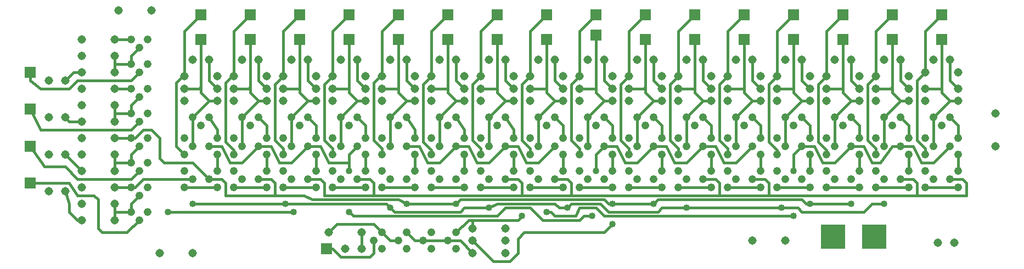
<source format=gbl>
G75*
G70*
%OFA0B0*%
%FSLAX24Y24*%
%IPPOS*%
%LPD*%
%AMOC8*
5,1,8,0,0,1.08239X$1,22.5*
%
%ADD10C,0.0515*%
%ADD11C,0.0476*%
%ADD12R,0.0709X0.0709*%
%ADD13R,0.1500X0.1500*%
%ADD14C,0.0400*%
%ADD15C,0.0160*%
D10*
X009100Y001100D03*
X011100Y001100D03*
X006350Y003100D03*
X004350Y003100D03*
X004350Y004100D03*
X006350Y004100D03*
X003350Y004850D03*
X002350Y004850D03*
X004350Y005100D03*
X006350Y005100D03*
X006350Y006100D03*
X004350Y006100D03*
X004350Y007100D03*
X003350Y007100D03*
X002350Y007100D03*
X004350Y008100D03*
X006350Y008100D03*
X006350Y009100D03*
X004350Y009100D03*
X003350Y009350D03*
X002350Y009350D03*
X004350Y010100D03*
X006350Y010100D03*
X006350Y011100D03*
X004350Y011100D03*
X003350Y011600D03*
X002350Y011600D03*
X004350Y012100D03*
X006350Y012100D03*
X006350Y013100D03*
X004350Y013100D03*
X004350Y014100D03*
X006350Y014100D03*
X011100Y012850D03*
X012100Y012850D03*
X014100Y012850D03*
X015100Y012850D03*
X017100Y012850D03*
X018100Y012850D03*
X020100Y012850D03*
X021100Y012850D03*
X023100Y012850D03*
X024100Y012850D03*
X026100Y012850D03*
X027100Y012850D03*
X029100Y012850D03*
X030100Y012850D03*
X032100Y012850D03*
X033100Y012850D03*
X035100Y012850D03*
X036100Y012850D03*
X038100Y012850D03*
X039100Y012850D03*
X041100Y012850D03*
X042100Y012850D03*
X044100Y012850D03*
X045100Y012850D03*
X047100Y012850D03*
X048100Y012850D03*
X050100Y012850D03*
X051100Y012850D03*
X053100Y012850D03*
X054100Y012850D03*
X056100Y012850D03*
X057100Y012850D03*
X057600Y012100D03*
X055600Y012100D03*
X054600Y011850D03*
X052600Y011850D03*
X051600Y011850D03*
X049600Y011850D03*
X048600Y011850D03*
X046600Y011850D03*
X045600Y011850D03*
X043600Y011850D03*
X042600Y011850D03*
X040600Y011850D03*
X039600Y011850D03*
X039600Y011100D03*
X040600Y011100D03*
X042600Y011100D03*
X043600Y011100D03*
X045600Y011100D03*
X046600Y011100D03*
X048600Y011100D03*
X049600Y011100D03*
X051600Y011100D03*
X052600Y011100D03*
X054600Y011100D03*
X055600Y011100D03*
X057600Y011100D03*
X057600Y010350D03*
X055600Y010350D03*
X054600Y010350D03*
X052600Y010350D03*
X051600Y010350D03*
X049600Y010350D03*
X048600Y010350D03*
X046600Y010350D03*
X045600Y010350D03*
X043600Y010350D03*
X042600Y010350D03*
X040600Y010350D03*
X039600Y010350D03*
X037600Y010350D03*
X036600Y010350D03*
X034600Y010350D03*
X033600Y010350D03*
X031600Y010350D03*
X030600Y010350D03*
X028600Y010350D03*
X027600Y010350D03*
X025600Y010350D03*
X024600Y010350D03*
X022600Y010350D03*
X021600Y010350D03*
X019600Y010350D03*
X018600Y010350D03*
X018600Y011100D03*
X019600Y011100D03*
X021600Y011100D03*
X022600Y011100D03*
X024600Y011100D03*
X025600Y011100D03*
X027600Y011100D03*
X028600Y011100D03*
X030600Y011100D03*
X031600Y011100D03*
X033600Y011100D03*
X034600Y011100D03*
X036600Y011100D03*
X037600Y011100D03*
X037600Y011850D03*
X036600Y011850D03*
X034600Y011850D03*
X033600Y011850D03*
X031600Y011850D03*
X030600Y011850D03*
X028600Y011850D03*
X027600Y011850D03*
X025600Y011850D03*
X024600Y011850D03*
X022600Y011850D03*
X021600Y011850D03*
X019600Y011850D03*
X018600Y011850D03*
X016600Y011850D03*
X015600Y011850D03*
X013600Y011850D03*
X012600Y011850D03*
X010600Y011850D03*
X010600Y011100D03*
X012600Y011100D03*
X013600Y011100D03*
X015600Y011100D03*
X016600Y011100D03*
X016600Y010350D03*
X015600Y010350D03*
X013600Y010350D03*
X012600Y010350D03*
X010600Y010350D03*
X006350Y007100D03*
X019350Y002350D03*
X021350Y002350D03*
X021350Y001350D03*
X020350Y001350D03*
X028100Y001100D03*
X030100Y001100D03*
X030100Y001850D03*
X028100Y001850D03*
X028100Y002600D03*
X030100Y002600D03*
X045100Y001850D03*
X047100Y001850D03*
X056350Y001725D03*
X057350Y001725D03*
X059850Y007600D03*
X059850Y009600D03*
X008600Y015850D03*
X006600Y015850D03*
D11*
X007350Y014100D03*
X007850Y013600D03*
X008350Y014100D03*
X008350Y012600D03*
X007350Y012600D03*
X007850Y012100D03*
X007350Y011100D03*
X008350Y011100D03*
X007850Y010600D03*
X007350Y009600D03*
X008350Y009600D03*
X007850Y009100D03*
X007350Y008100D03*
X008350Y008100D03*
X007850Y007600D03*
X010600Y007100D03*
X011100Y007600D03*
X012100Y007600D03*
X012600Y007100D03*
X013600Y007100D03*
X014100Y007600D03*
X015100Y007600D03*
X015600Y007100D03*
X016600Y007100D03*
X017100Y007600D03*
X018100Y007600D03*
X018600Y007100D03*
X019600Y007100D03*
X020100Y007600D03*
X021100Y007600D03*
X021600Y007100D03*
X022600Y007100D03*
X023100Y007600D03*
X024100Y007600D03*
X024600Y007100D03*
X025600Y007100D03*
X026100Y007600D03*
X027100Y007600D03*
X027600Y007100D03*
X028600Y007100D03*
X029100Y007600D03*
X030100Y007600D03*
X030600Y007100D03*
X031600Y007100D03*
X032100Y007600D03*
X033100Y007600D03*
X033600Y007100D03*
X034600Y007100D03*
X035100Y007600D03*
X036100Y007600D03*
X036600Y007100D03*
X037600Y007100D03*
X038100Y007600D03*
X039100Y007600D03*
X039600Y007100D03*
X040600Y007100D03*
X041100Y007600D03*
X042100Y007600D03*
X042600Y007100D03*
X043600Y007100D03*
X044100Y007600D03*
X045100Y007600D03*
X045600Y007100D03*
X046600Y007100D03*
X047100Y007600D03*
X048100Y007600D03*
X048600Y007100D03*
X049600Y007100D03*
X050100Y007600D03*
X051100Y007600D03*
X051600Y007100D03*
X052600Y007100D03*
X053100Y007600D03*
X054100Y007600D03*
X054600Y007100D03*
X055600Y007100D03*
X056100Y007600D03*
X057100Y007600D03*
X057600Y007100D03*
X057600Y006100D03*
X057100Y005600D03*
X056100Y005600D03*
X055600Y005100D03*
X054600Y005100D03*
X054100Y005600D03*
X053100Y005600D03*
X052600Y005100D03*
X051600Y005100D03*
X051100Y005600D03*
X050100Y005600D03*
X049600Y005100D03*
X048600Y005100D03*
X048100Y005600D03*
X047100Y005600D03*
X046600Y005100D03*
X045600Y005100D03*
X045100Y005600D03*
X044100Y005600D03*
X043600Y005100D03*
X042600Y005100D03*
X042100Y005600D03*
X041100Y005600D03*
X040600Y005100D03*
X039600Y005100D03*
X039100Y005600D03*
X038100Y005600D03*
X037600Y005100D03*
X036600Y005100D03*
X036100Y005600D03*
X035100Y005600D03*
X034600Y005100D03*
X033600Y005100D03*
X033100Y005600D03*
X032100Y005600D03*
X031600Y005100D03*
X030600Y005100D03*
X030100Y005600D03*
X029100Y005600D03*
X028600Y005100D03*
X027600Y005100D03*
X027100Y005600D03*
X026100Y005600D03*
X025600Y005100D03*
X024600Y005100D03*
X024100Y005600D03*
X023100Y005600D03*
X022600Y005100D03*
X021600Y005100D03*
X021100Y005600D03*
X020100Y005600D03*
X019600Y005100D03*
X018600Y005100D03*
X018100Y005600D03*
X017100Y005600D03*
X016600Y005100D03*
X015600Y005100D03*
X015100Y005600D03*
X014100Y005600D03*
X013600Y005100D03*
X012600Y005100D03*
X012100Y005600D03*
X011100Y005600D03*
X010600Y005100D03*
X008350Y005100D03*
X007350Y005100D03*
X007850Y004600D03*
X007350Y003600D03*
X007850Y003100D03*
X008350Y003600D03*
X007850Y006100D03*
X007350Y006600D03*
X008350Y006600D03*
X010600Y006100D03*
X012600Y006100D03*
X013600Y006100D03*
X015600Y006100D03*
X016600Y006100D03*
X018600Y006100D03*
X019600Y006100D03*
X021600Y006100D03*
X022600Y006100D03*
X024600Y006100D03*
X025600Y006100D03*
X027600Y006100D03*
X028600Y006100D03*
X030600Y006100D03*
X031600Y006100D03*
X033600Y006100D03*
X034600Y006100D03*
X036600Y006100D03*
X037600Y006100D03*
X039600Y006100D03*
X040600Y006100D03*
X042600Y006100D03*
X043600Y006100D03*
X045600Y006100D03*
X046600Y006100D03*
X048600Y006100D03*
X049600Y006100D03*
X051600Y006100D03*
X052600Y006100D03*
X054600Y006100D03*
X055600Y006100D03*
X057600Y005100D03*
X057600Y008100D03*
X055600Y008100D03*
X054600Y008100D03*
X052600Y008100D03*
X051600Y008100D03*
X049600Y008100D03*
X048600Y008100D03*
X046600Y008100D03*
X045600Y008100D03*
X043600Y008100D03*
X042600Y008100D03*
X040600Y008100D03*
X039600Y008100D03*
X038600Y008850D03*
X038100Y009350D03*
X039100Y009350D03*
X041100Y009350D03*
X042100Y009350D03*
X041600Y008850D03*
X044100Y009350D03*
X045100Y009350D03*
X044600Y008850D03*
X047100Y009350D03*
X048100Y009350D03*
X047600Y008850D03*
X050100Y009350D03*
X051100Y009350D03*
X050600Y008850D03*
X053100Y009350D03*
X054100Y009350D03*
X053600Y008850D03*
X056100Y009350D03*
X057100Y009350D03*
X056600Y008850D03*
X037600Y008100D03*
X036600Y008100D03*
X034600Y008100D03*
X033600Y008100D03*
X031600Y008100D03*
X030600Y008100D03*
X028600Y008100D03*
X027600Y008100D03*
X025600Y008100D03*
X024600Y008100D03*
X022600Y008100D03*
X021600Y008100D03*
X019600Y008100D03*
X018600Y008100D03*
X017600Y008850D03*
X017100Y009350D03*
X018100Y009350D03*
X020100Y009350D03*
X021100Y009350D03*
X020600Y008850D03*
X023100Y009350D03*
X024100Y009350D03*
X023600Y008850D03*
X026100Y009350D03*
X027100Y009350D03*
X026600Y008850D03*
X029100Y009350D03*
X030100Y009350D03*
X029600Y008850D03*
X032100Y009350D03*
X033100Y009350D03*
X032600Y008850D03*
X035100Y009350D03*
X036100Y009350D03*
X035600Y008850D03*
X016600Y008100D03*
X015600Y008100D03*
X013600Y008100D03*
X012600Y008100D03*
X010600Y008100D03*
X011600Y008850D03*
X011100Y009350D03*
X012100Y009350D03*
X014100Y009350D03*
X015100Y009350D03*
X014600Y008850D03*
X022600Y002350D03*
X022100Y001850D03*
X022600Y001350D03*
X023600Y001850D03*
X025100Y001850D03*
X025600Y001350D03*
X024100Y001350D03*
X026600Y001850D03*
X027100Y001350D03*
X027100Y002350D03*
X025600Y002350D03*
X024100Y002350D03*
D12*
X019225Y001350D03*
X001225Y005350D03*
X001225Y007600D03*
X001225Y009850D03*
X001225Y012100D03*
X011600Y014100D03*
X014600Y014100D03*
X017600Y014100D03*
X020600Y014100D03*
X023600Y014100D03*
X026600Y014100D03*
X029600Y014100D03*
X032600Y014100D03*
X035600Y014350D03*
X038600Y014100D03*
X041600Y014100D03*
X044600Y014100D03*
X047600Y014100D03*
X050600Y014100D03*
X053600Y014100D03*
X056600Y014100D03*
X056600Y015600D03*
X053600Y015600D03*
X050600Y015600D03*
X047600Y015600D03*
X044600Y015600D03*
X041600Y015600D03*
X038600Y015600D03*
X035600Y015600D03*
X032600Y015600D03*
X029600Y015600D03*
X026600Y015600D03*
X023600Y015600D03*
X020600Y015600D03*
X017600Y015600D03*
X014600Y015600D03*
X011600Y015600D03*
D13*
X049975Y002100D03*
X052475Y002100D03*
D14*
X047600Y003350D03*
X046850Y003850D03*
X048600Y004100D03*
X051100Y004100D03*
X053100Y004100D03*
X047600Y006100D03*
X041100Y003850D03*
X039100Y004100D03*
X036600Y004100D03*
X035350Y003350D03*
X036600Y002850D03*
X033850Y003850D03*
X032600Y003600D03*
X031100Y003350D03*
X029100Y003850D03*
X027100Y004100D03*
X024100Y004100D03*
X023100Y003850D03*
X020600Y003600D03*
X017225Y003600D03*
X016725Y004100D03*
X011100Y004100D03*
X009600Y003600D03*
X020600Y006100D03*
X035600Y006100D03*
D15*
X005600Y002350D02*
X005350Y002600D01*
X005350Y004350D01*
X005100Y004600D01*
X004100Y004600D01*
X003600Y005350D01*
X001225Y005350D01*
X003350Y004850D02*
X003600Y004100D01*
X003600Y003600D01*
X004100Y003100D01*
X004350Y003100D01*
X006350Y003100D02*
X006350Y003600D01*
X007350Y003600D01*
X007350Y004100D01*
X007850Y004600D01*
X007600Y005100D02*
X007350Y005100D01*
X006350Y005100D01*
X007600Y005100D02*
X008100Y005600D01*
X011100Y005600D01*
X012100Y005600D02*
X011100Y006600D01*
X009350Y006600D01*
X009100Y006850D01*
X009100Y008100D01*
X008600Y008600D01*
X008100Y008600D01*
X007600Y008100D01*
X007350Y008100D01*
X006350Y008100D01*
X007350Y008600D02*
X007850Y009100D01*
X007350Y008600D02*
X001850Y008600D01*
X001225Y009850D01*
X003350Y009350D02*
X003600Y009100D01*
X004350Y009100D01*
X006350Y009100D02*
X006350Y009600D01*
X007350Y009600D01*
X007350Y010100D01*
X007850Y010600D01*
X007350Y011100D02*
X006350Y011100D01*
X007350Y011600D02*
X007850Y012100D01*
X006350Y012100D02*
X006350Y012600D01*
X007350Y012600D01*
X007350Y013100D01*
X007850Y013600D01*
X007350Y014100D02*
X006350Y014100D01*
X006350Y013100D02*
X006350Y012600D01*
X004350Y012100D02*
X003850Y012100D01*
X003350Y011600D01*
X003600Y011100D02*
X004100Y011600D01*
X007350Y011600D01*
X010100Y011475D02*
X010100Y007600D01*
X010600Y007100D01*
X011100Y007600D02*
X011100Y009350D01*
X012100Y010350D01*
X011600Y010850D01*
X011600Y011225D01*
X011475Y011100D01*
X010600Y011100D01*
X011600Y011225D02*
X011600Y014100D01*
X010600Y014600D02*
X011600Y015600D01*
X013600Y014600D02*
X014600Y015600D01*
X016600Y014600D02*
X017600Y015600D01*
X019600Y014600D02*
X020600Y015600D01*
X022600Y014600D02*
X023600Y015600D01*
X025600Y014600D02*
X026600Y015600D01*
X028600Y014600D02*
X029600Y015600D01*
X031600Y014600D02*
X032600Y015600D01*
X034600Y014600D02*
X035600Y015600D01*
X037600Y014600D02*
X038600Y015600D01*
X040600Y014600D02*
X041600Y015600D01*
X043600Y014600D02*
X044600Y015600D01*
X046600Y014600D02*
X047600Y015600D01*
X049600Y014600D02*
X050600Y015600D01*
X052600Y014600D02*
X053600Y015600D01*
X055600Y014600D02*
X056600Y015600D01*
X055600Y014600D02*
X055600Y012100D01*
X055100Y011600D01*
X055100Y007975D01*
X055600Y007475D01*
X055600Y007100D01*
X054600Y007100D02*
X054600Y006100D01*
X054850Y005600D02*
X054100Y005600D01*
X054850Y005600D02*
X055100Y005350D01*
X055100Y004600D01*
X046100Y004600D01*
X043100Y004600D01*
X034100Y004600D01*
X031100Y004600D01*
X022100Y004600D01*
X022100Y005350D01*
X021850Y005600D01*
X021100Y005600D01*
X021600Y005100D02*
X019600Y005100D01*
X018600Y005100D02*
X016600Y005100D01*
X015600Y005100D02*
X013600Y005100D01*
X013100Y005350D02*
X013100Y004600D01*
X016100Y004600D01*
X017850Y004600D01*
X018350Y004350D01*
X023600Y004350D01*
X024100Y004100D01*
X027100Y004100D01*
X027350Y004350D01*
X036100Y004350D01*
X036350Y004100D01*
X036600Y004100D01*
X039100Y004100D01*
X039350Y004350D01*
X048100Y004350D01*
X048350Y004100D01*
X048600Y004100D01*
X051100Y004100D01*
X051850Y003600D02*
X052350Y004100D01*
X053100Y004100D01*
X051850Y003600D02*
X048100Y003600D01*
X047850Y003850D01*
X046850Y003850D01*
X041100Y003850D01*
X039600Y003850D01*
X039350Y003600D01*
X036350Y003600D01*
X035850Y004100D01*
X034100Y004100D01*
X033850Y003850D01*
X033350Y003850D01*
X033100Y004100D01*
X029600Y004100D01*
X029100Y003850D01*
X027600Y003850D01*
X027350Y003600D01*
X023350Y003600D01*
X023100Y003850D01*
X022850Y004100D01*
X016725Y004100D01*
X011100Y004100D01*
X009600Y003600D02*
X017225Y003600D01*
X019350Y002350D02*
X019850Y002850D01*
X022100Y002850D01*
X022600Y002350D01*
X023100Y001850D01*
X023600Y001850D01*
X024100Y002350D02*
X024600Y001850D01*
X025100Y001850D01*
X026600Y001850D01*
X027350Y001850D01*
X028100Y001100D01*
X028100Y001850D02*
X029350Y000600D01*
X030350Y000600D01*
X030850Y001100D01*
X030850Y001975D01*
X031225Y002350D01*
X036100Y002350D01*
X036600Y002850D01*
X036100Y003350D02*
X035600Y003850D01*
X034600Y003850D01*
X034350Y003350D01*
X033100Y003350D01*
X032850Y003600D01*
X032600Y003600D01*
X032350Y003100D02*
X031600Y003850D01*
X030100Y003850D01*
X029600Y003350D01*
X020850Y003350D01*
X020600Y003600D01*
X019100Y004600D02*
X022100Y004600D01*
X022600Y005100D02*
X024600Y005100D01*
X025600Y005100D02*
X027600Y005100D01*
X028600Y005100D02*
X030600Y005100D01*
X031100Y005350D02*
X031100Y004600D01*
X031600Y005100D02*
X033600Y005100D01*
X034100Y005350D02*
X034100Y004600D01*
X034600Y005100D02*
X036600Y005100D01*
X037600Y005100D02*
X039600Y005100D01*
X040600Y005100D02*
X042600Y005100D01*
X043100Y005350D02*
X043100Y004600D01*
X043600Y005100D02*
X045600Y005100D01*
X046100Y005350D02*
X046100Y004600D01*
X046600Y005100D02*
X048600Y005100D01*
X049600Y005100D02*
X051600Y005100D01*
X052600Y005100D02*
X054600Y005100D01*
X055600Y005100D02*
X057600Y005100D01*
X058100Y005350D02*
X058100Y004600D01*
X055100Y004600D01*
X057850Y005600D02*
X058100Y005350D01*
X057850Y005600D02*
X057100Y005600D01*
X057600Y006100D02*
X057600Y007100D01*
X057100Y007600D02*
X056100Y006600D01*
X055350Y006600D01*
X054850Y007600D01*
X054100Y007600D01*
X053600Y007600D01*
X052850Y006600D01*
X052350Y006600D01*
X051850Y007600D01*
X051100Y007600D01*
X050100Y006600D01*
X049350Y006600D01*
X048850Y007600D01*
X048100Y007600D01*
X047600Y007100D01*
X047600Y006100D01*
X048600Y006100D02*
X048600Y007100D01*
X049100Y007850D02*
X049600Y007350D01*
X049600Y007100D01*
X050100Y007600D02*
X050100Y009350D01*
X051100Y010350D01*
X050600Y010850D01*
X050600Y011100D01*
X049600Y011100D01*
X049100Y011350D02*
X049100Y007850D01*
X048600Y008100D02*
X048600Y008850D01*
X048100Y009350D01*
X048100Y010350D02*
X047100Y009350D01*
X047100Y007600D01*
X046600Y007350D02*
X046600Y007100D01*
X046600Y007350D02*
X046100Y007850D01*
X046100Y011350D01*
X046600Y011850D01*
X046600Y014600D01*
X047600Y014100D02*
X047600Y011100D01*
X046600Y011100D01*
X047600Y011100D02*
X047600Y010850D01*
X048100Y010350D01*
X048600Y010350D01*
X048600Y011100D02*
X048100Y011600D01*
X048100Y012850D01*
X045100Y012850D02*
X045100Y011600D01*
X045600Y011100D01*
X045100Y010350D02*
X044600Y010850D01*
X044600Y011100D01*
X043600Y011100D01*
X043100Y011350D02*
X043100Y007975D01*
X043600Y007475D01*
X043600Y007100D01*
X042600Y007100D02*
X042600Y006100D01*
X042850Y005600D02*
X042100Y005600D01*
X042850Y005600D02*
X043100Y005350D01*
X045100Y005600D02*
X045850Y005600D01*
X046100Y005350D01*
X045600Y006100D02*
X045600Y007100D01*
X045100Y007600D02*
X044100Y006600D01*
X043350Y006600D01*
X042850Y007600D01*
X042100Y007600D01*
X041100Y006600D01*
X040350Y006600D01*
X039850Y007600D01*
X039100Y007600D01*
X038100Y006600D01*
X037350Y006600D01*
X036850Y007600D01*
X036100Y007600D01*
X035600Y007100D01*
X035600Y006100D01*
X036600Y006100D02*
X036600Y007100D01*
X037600Y007100D02*
X037600Y007475D01*
X037100Y007975D01*
X037100Y011350D01*
X037600Y011850D01*
X037600Y014600D01*
X038600Y014100D02*
X038600Y011225D01*
X038475Y011100D01*
X037600Y011100D01*
X036600Y011100D02*
X036100Y011600D01*
X036100Y012850D01*
X033100Y012850D02*
X033100Y011600D01*
X033600Y011100D01*
X034100Y011350D02*
X034100Y007975D01*
X034600Y007475D01*
X034600Y007100D01*
X033600Y007100D02*
X033600Y006100D01*
X033850Y005600D02*
X033100Y005600D01*
X033850Y005600D02*
X034100Y005350D01*
X031100Y005350D02*
X030850Y005600D01*
X030100Y005600D01*
X030600Y006100D02*
X030600Y007100D01*
X031600Y007100D02*
X031600Y007475D01*
X031100Y007975D01*
X031100Y011350D01*
X031600Y011850D01*
X031600Y014600D01*
X032600Y014100D02*
X032600Y011100D01*
X031600Y011100D01*
X032600Y011100D02*
X032600Y010850D01*
X033100Y010350D01*
X032100Y009350D01*
X032100Y007600D01*
X033100Y007600D02*
X032100Y006600D01*
X031350Y006600D01*
X030850Y007600D01*
X030100Y007600D01*
X029100Y006600D01*
X028350Y006600D01*
X027850Y007600D01*
X027100Y007600D01*
X026100Y006600D01*
X025350Y006600D01*
X024850Y007600D01*
X024100Y007600D01*
X025100Y007850D02*
X025600Y007350D01*
X025600Y007100D01*
X024600Y007100D02*
X024600Y006100D01*
X021600Y006100D02*
X021600Y007100D01*
X021100Y007600D02*
X020600Y007100D01*
X020600Y006600D01*
X019350Y006600D01*
X018850Y007600D01*
X018100Y007600D01*
X017100Y006600D01*
X016350Y006600D01*
X015850Y007600D01*
X015100Y007600D01*
X014100Y006600D01*
X013350Y006600D01*
X012850Y007600D01*
X012100Y007600D01*
X013100Y007850D02*
X013600Y007350D01*
X013600Y007100D01*
X012600Y007100D02*
X012600Y006100D01*
X012850Y005600D02*
X012100Y005600D01*
X012850Y005600D02*
X013100Y005350D01*
X012600Y005100D02*
X010600Y005100D01*
X007850Y006100D02*
X007350Y005600D01*
X004100Y005600D01*
X003350Y006350D01*
X002100Y006350D01*
X001225Y007600D01*
X003350Y007100D02*
X004350Y006100D01*
X006350Y006100D02*
X006350Y006600D01*
X007350Y006600D01*
X007350Y007100D01*
X007850Y007600D01*
X006350Y007100D02*
X006350Y006600D01*
X012600Y008100D02*
X012600Y008600D01*
X012100Y009350D01*
X014100Y009350D02*
X015100Y010350D01*
X014600Y010850D01*
X014600Y011225D01*
X014475Y011100D01*
X013600Y011100D01*
X014600Y011225D02*
X014600Y014100D01*
X013600Y014600D02*
X013600Y011850D01*
X013475Y011850D01*
X013100Y011475D01*
X013100Y007850D01*
X014100Y007600D02*
X014100Y009350D01*
X015100Y009350D02*
X015600Y008850D01*
X015600Y008100D01*
X016100Y007975D02*
X016600Y007475D01*
X016600Y007100D01*
X015600Y007100D02*
X015600Y006100D01*
X015850Y005600D02*
X015100Y005600D01*
X015850Y005600D02*
X016100Y005350D01*
X016100Y004600D01*
X019100Y004600D02*
X019100Y005350D01*
X018850Y005600D01*
X018100Y005600D01*
X018600Y006100D02*
X018600Y007100D01*
X019600Y007100D02*
X019600Y007475D01*
X019100Y007975D01*
X019100Y011350D01*
X019600Y011850D01*
X019600Y014600D01*
X020600Y014100D02*
X020600Y011100D01*
X019600Y011100D01*
X018600Y011100D02*
X018100Y011600D01*
X018100Y012850D01*
X015100Y012850D02*
X015100Y011600D01*
X015600Y011100D01*
X016100Y011350D02*
X016100Y007975D01*
X017100Y007600D02*
X017100Y009350D01*
X018100Y010350D01*
X017600Y010850D01*
X017600Y011100D01*
X016600Y011100D01*
X016100Y011350D02*
X016600Y011850D01*
X016600Y014600D01*
X017600Y014100D02*
X017600Y011100D01*
X018100Y010350D02*
X018600Y010350D01*
X020600Y010850D02*
X021100Y010350D01*
X020100Y009350D01*
X020100Y007600D01*
X018600Y008100D02*
X018600Y008850D01*
X018100Y009350D01*
X021100Y009350D02*
X021600Y008850D01*
X021600Y008100D01*
X022100Y007975D02*
X022600Y007475D01*
X022600Y007100D01*
X023100Y007600D02*
X023100Y009350D01*
X024100Y010350D01*
X023600Y010850D01*
X023600Y011100D01*
X022600Y011100D01*
X022100Y011475D02*
X022100Y007975D01*
X024100Y009350D02*
X024600Y008600D01*
X024600Y008100D01*
X025100Y007850D02*
X025100Y011350D01*
X025600Y011850D01*
X025600Y014600D01*
X026600Y014100D02*
X026600Y011100D01*
X025600Y011100D01*
X026600Y011100D02*
X026600Y010850D01*
X027100Y010350D01*
X026100Y009350D01*
X026100Y007600D01*
X027600Y007100D02*
X027600Y006100D01*
X028600Y007100D02*
X028600Y007475D01*
X028100Y007975D01*
X028100Y011350D01*
X028600Y011850D01*
X028600Y014600D01*
X029600Y014100D02*
X029600Y011100D01*
X028600Y011100D01*
X029600Y011100D02*
X029600Y010850D01*
X030100Y010350D01*
X029100Y009350D01*
X029100Y007600D01*
X027600Y008100D02*
X027600Y008600D01*
X027100Y009350D01*
X030100Y009350D02*
X030600Y008600D01*
X030600Y008100D01*
X033100Y009350D02*
X033600Y008850D01*
X033600Y008100D01*
X035100Y007600D02*
X035100Y009350D01*
X036100Y010350D01*
X035600Y010850D01*
X035600Y011100D01*
X034600Y011100D01*
X034100Y011350D02*
X034600Y011850D01*
X034600Y014600D01*
X035600Y014350D02*
X035600Y011100D01*
X036100Y010350D02*
X036600Y010350D01*
X038600Y010850D02*
X039100Y010350D01*
X038100Y009350D01*
X038100Y007600D01*
X036600Y008100D02*
X036600Y008850D01*
X036100Y009350D01*
X039100Y009350D02*
X039600Y008850D01*
X039600Y008100D01*
X040100Y007975D02*
X040600Y007475D01*
X040600Y007100D01*
X039600Y007100D02*
X039600Y006100D01*
X041100Y007600D02*
X041100Y009350D01*
X042100Y010350D01*
X041600Y010850D01*
X041600Y011100D01*
X040600Y011100D01*
X040100Y011350D02*
X040100Y007975D01*
X042600Y008100D02*
X042600Y008850D01*
X042100Y009350D01*
X044100Y009350D02*
X045100Y010350D01*
X045600Y010350D01*
X044600Y011100D02*
X044600Y014100D01*
X043600Y014600D02*
X043600Y011850D01*
X043100Y011350D01*
X042600Y011100D02*
X042100Y011600D01*
X042100Y012850D01*
X039100Y012850D02*
X039100Y011600D01*
X039600Y011100D01*
X040100Y011350D02*
X040600Y011850D01*
X040600Y014600D01*
X041600Y014100D02*
X041600Y011100D01*
X042100Y010350D02*
X042600Y010350D01*
X039600Y010350D02*
X039100Y010350D01*
X038600Y010850D02*
X038600Y011225D01*
X033600Y010350D02*
X033100Y010350D01*
X030600Y010350D02*
X030100Y010350D01*
X030600Y011100D02*
X030100Y011600D01*
X030100Y012850D01*
X027100Y012850D02*
X027100Y011600D01*
X027600Y011100D01*
X027600Y010350D02*
X027100Y010350D01*
X024600Y010350D02*
X024100Y010350D01*
X023600Y011100D02*
X023600Y014100D01*
X022600Y014600D02*
X022600Y011850D01*
X022475Y011850D01*
X022100Y011475D01*
X021600Y011100D02*
X021100Y011600D01*
X021100Y012850D01*
X024100Y012850D02*
X024100Y011600D01*
X024600Y011100D01*
X021600Y010350D02*
X021100Y010350D01*
X020600Y010850D02*
X020600Y011100D01*
X015600Y010350D02*
X015100Y010350D01*
X012600Y010350D02*
X012100Y010350D01*
X012600Y011100D02*
X012100Y011600D01*
X012100Y012850D01*
X010600Y011850D02*
X010475Y011850D01*
X010100Y011475D01*
X010600Y011850D02*
X010600Y014600D01*
X001225Y012100D02*
X001225Y011600D01*
X001850Y011100D01*
X003600Y011100D01*
X006350Y010100D02*
X006350Y009600D01*
X020600Y006600D02*
X020600Y006100D01*
X027100Y002350D02*
X027850Y003100D01*
X028100Y003100D01*
X028100Y002600D01*
X028100Y003100D02*
X030850Y003100D01*
X031100Y003350D01*
X032350Y003100D02*
X034600Y003100D01*
X034850Y003350D01*
X035350Y003350D01*
X036100Y003350D02*
X047600Y003350D01*
X051600Y006100D02*
X051600Y007100D01*
X052600Y007100D02*
X052600Y007475D01*
X052100Y007975D01*
X052100Y011350D01*
X052600Y011850D01*
X052600Y014600D01*
X053600Y014100D02*
X053600Y011225D01*
X053475Y011100D01*
X052600Y011100D01*
X053600Y011225D02*
X053600Y010850D01*
X054100Y010350D01*
X053100Y009350D01*
X053100Y007600D01*
X051600Y008100D02*
X051600Y008850D01*
X051100Y009350D01*
X054100Y009350D02*
X054600Y008850D01*
X054600Y008100D01*
X056100Y007600D02*
X056100Y009350D01*
X057100Y010350D01*
X056600Y010850D01*
X056600Y011100D01*
X055600Y011100D01*
X056600Y011100D02*
X056600Y014100D01*
X057100Y012850D02*
X057100Y011600D01*
X057600Y011100D01*
X057600Y010350D02*
X057100Y010350D01*
X054600Y010350D02*
X054100Y010350D01*
X054600Y011100D02*
X054100Y011600D01*
X054100Y012850D01*
X051100Y012850D02*
X051100Y011600D01*
X051600Y011100D01*
X050600Y011100D02*
X050600Y014100D01*
X049600Y014600D02*
X049600Y011850D01*
X049100Y011350D01*
X051100Y010350D02*
X051600Y010350D01*
X057100Y009350D02*
X057600Y008850D01*
X057600Y008100D01*
X045600Y008100D02*
X045600Y008850D01*
X045100Y009350D01*
X044100Y009350D02*
X044100Y007600D01*
X022100Y001850D02*
X022100Y001100D01*
X021850Y000850D01*
X020100Y000850D01*
X019600Y001350D01*
X019225Y001350D01*
X021350Y001350D02*
X021350Y002350D01*
X007850Y003100D02*
X007100Y002350D01*
X005600Y002350D01*
X006350Y003600D02*
X006350Y004100D01*
M02*

</source>
